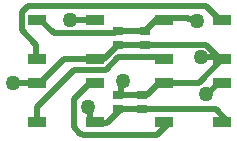
<source format=gtl>
G04*
G04 #@! TF.GenerationSoftware,Altium Limited,Altium Designer,22.2.1 (43)*
G04*
G04 Layer_Physical_Order=1*
G04 Layer_Color=255*
%FSLAX25Y25*%
%MOIN*%
G70*
G04*
G04 #@! TF.SameCoordinates,84257AD4-3E44-4DFC-A38E-5C661E0BE4F9*
G04*
G04*
G04 #@! TF.FilePolarity,Positive*
G04*
G01*
G75*
%ADD13R,0.03543X0.02953*%
%ADD14R,0.05906X0.03543*%
%ADD16C,0.02000*%
%ADD17C,0.05000*%
D13*
X52000Y31138D02*
D03*
Y35862D02*
D03*
X43000Y31138D02*
D03*
Y35862D02*
D03*
X51000Y14362D02*
D03*
Y9638D02*
D03*
X43000Y14362D02*
D03*
Y9638D02*
D03*
D14*
X77646Y5504D02*
D03*
Y18496D02*
D03*
X58354D02*
D03*
Y5504D02*
D03*
X35146D02*
D03*
Y18496D02*
D03*
X15854D02*
D03*
Y5504D02*
D03*
X58354Y39496D02*
D03*
Y26504D02*
D03*
X77646D02*
D03*
Y39496D02*
D03*
X15854D02*
D03*
Y26504D02*
D03*
X35146D02*
D03*
Y39496D02*
D03*
D16*
X8002Y18498D02*
X15585D01*
X8000Y18500D02*
X8002Y18498D01*
X21616Y23076D02*
Y23116D01*
X25008Y26508D01*
X15587Y18500D02*
X17040D01*
X15585Y18498D02*
X15587Y18500D01*
X17040D02*
X21616Y23076D01*
X31097Y1500D02*
X31364Y1232D01*
X56083D01*
X60354Y5504D01*
X30364Y1500D02*
X31097D01*
X28193Y3672D02*
X30364Y1500D01*
X25008Y26508D02*
X38370D01*
X51000Y14362D02*
X52500D01*
X44000D02*
X51000D01*
X43772Y14839D02*
Y15134D01*
X43926Y15288D01*
Y18426D01*
X44500Y19000D01*
X43000Y14362D02*
X43295D01*
X43772Y14839D01*
X33574Y5776D02*
Y9926D01*
X34346Y5004D02*
X39366D01*
X33574Y5776D02*
X34346Y5004D01*
X33000Y10500D02*
X33574Y9926D01*
X28193Y3672D02*
Y13043D01*
X33146Y17996D01*
X72181Y31138D02*
X76319Y27000D01*
X69815Y18496D02*
X78319Y27000D01*
X70500D02*
X76319D01*
X77500D01*
X78319D01*
X66196Y39992D02*
X66354Y39834D01*
X68686D01*
X69260Y39260D01*
X43000Y35862D02*
X52000D01*
X42705D02*
X43000D01*
X72649Y14680D02*
X76464Y18496D01*
X72200Y14680D02*
X72649D01*
X76464Y18496D02*
X77646D01*
X75512Y9638D02*
X79646Y5504D01*
X52500Y9638D02*
X75512D01*
X56634Y18496D02*
X69815D01*
X41842Y35000D02*
X42705Y35862D01*
X21531Y35000D02*
X41842D01*
X76319Y39992D02*
X77500D01*
X17036Y39496D02*
X21531Y35000D01*
X12806Y44000D02*
X72311D01*
X10902Y42096D02*
X12806Y44000D01*
X72311D02*
X76319Y39992D01*
X15854Y39496D02*
X17036D01*
X27000Y39500D02*
X35142D01*
X35146Y39496D01*
X58209Y39992D02*
X66196D01*
X39366Y5004D02*
X44000Y9638D01*
X51000D01*
X43105Y27000D02*
X60209D01*
X52000Y31138D02*
X72181D01*
X10902Y36138D02*
Y42096D01*
Y36138D02*
X15764Y31276D01*
Y26595D02*
X15854Y26504D01*
X15764Y26595D02*
Y31276D01*
X15854Y5004D02*
Y10354D01*
Y5004D02*
X17036D01*
X17807Y5776D01*
X13854Y5004D02*
X15036D01*
X38841Y22736D02*
X43105Y27000D01*
X28236Y22736D02*
X38841D01*
X15854Y10354D02*
X28236Y22736D01*
X38370Y26508D02*
X43000Y31138D01*
X52500Y14362D02*
X56634Y18496D01*
X43000Y31138D02*
X52000D01*
Y35862D02*
X56130Y39992D01*
D17*
X8000Y18500D02*
D03*
X44500Y19000D02*
D03*
X33000Y10500D02*
D03*
X70500Y27000D02*
D03*
X69260Y39260D02*
D03*
X72200Y14680D02*
D03*
X27000Y39500D02*
D03*
M02*

</source>
